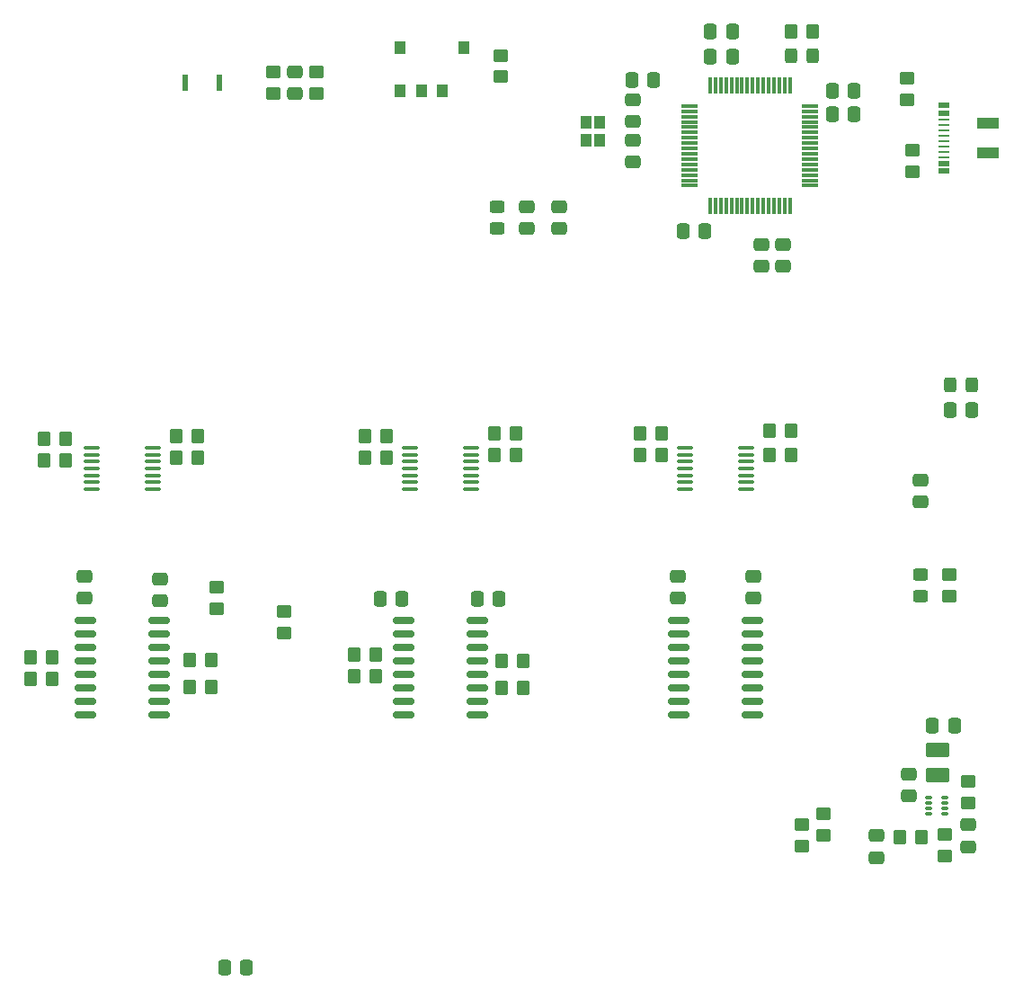
<source format=gbr>
%TF.GenerationSoftware,KiCad,Pcbnew,8.0.2*%
%TF.CreationDate,2024-05-13T15:00:17+02:00*%
%TF.ProjectId,i8008-sbc,69383030-382d-4736-9263-2e6b69636164,rev?*%
%TF.SameCoordinates,Original*%
%TF.FileFunction,Paste,Top*%
%TF.FilePolarity,Positive*%
%FSLAX46Y46*%
G04 Gerber Fmt 4.6, Leading zero omitted, Abs format (unit mm)*
G04 Created by KiCad (PCBNEW 8.0.2) date 2024-05-13 15:00:17*
%MOMM*%
%LPD*%
G01*
G04 APERTURE LIST*
G04 Aperture macros list*
%AMRoundRect*
0 Rectangle with rounded corners*
0 $1 Rounding radius*
0 $2 $3 $4 $5 $6 $7 $8 $9 X,Y pos of 4 corners*
0 Add a 4 corners polygon primitive as box body*
4,1,4,$2,$3,$4,$5,$6,$7,$8,$9,$2,$3,0*
0 Add four circle primitives for the rounded corners*
1,1,$1+$1,$2,$3*
1,1,$1+$1,$4,$5*
1,1,$1+$1,$6,$7*
1,1,$1+$1,$8,$9*
0 Add four rect primitives between the rounded corners*
20,1,$1+$1,$2,$3,$4,$5,0*
20,1,$1+$1,$4,$5,$6,$7,0*
20,1,$1+$1,$6,$7,$8,$9,0*
20,1,$1+$1,$8,$9,$2,$3,0*%
G04 Aperture macros list end*
%ADD10RoundRect,0.250000X0.475000X-0.337500X0.475000X0.337500X-0.475000X0.337500X-0.475000X-0.337500X0*%
%ADD11RoundRect,0.150000X-0.837500X-0.150000X0.837500X-0.150000X0.837500X0.150000X-0.837500X0.150000X0*%
%ADD12RoundRect,0.100000X-0.637500X-0.100000X0.637500X-0.100000X0.637500X0.100000X-0.637500X0.100000X0*%
%ADD13RoundRect,0.250000X0.350000X0.450000X-0.350000X0.450000X-0.350000X-0.450000X0.350000X-0.450000X0*%
%ADD14RoundRect,0.250000X-0.450000X0.350000X-0.450000X-0.350000X0.450000X-0.350000X0.450000X0.350000X0*%
%ADD15RoundRect,0.075000X-0.700000X-0.075000X0.700000X-0.075000X0.700000X0.075000X-0.700000X0.075000X0*%
%ADD16RoundRect,0.075000X-0.075000X-0.700000X0.075000X-0.700000X0.075000X0.700000X-0.075000X0.700000X0*%
%ADD17RoundRect,0.250000X-0.337500X-0.475000X0.337500X-0.475000X0.337500X0.475000X-0.337500X0.475000X0*%
%ADD18RoundRect,0.250000X-0.475000X0.337500X-0.475000X-0.337500X0.475000X-0.337500X0.475000X0.337500X0*%
%ADD19RoundRect,0.250000X-0.350000X-0.450000X0.350000X-0.450000X0.350000X0.450000X-0.350000X0.450000X0*%
%ADD20RoundRect,0.250001X-0.849999X0.462499X-0.849999X-0.462499X0.849999X-0.462499X0.849999X0.462499X0*%
%ADD21RoundRect,0.250000X-0.325000X-0.450000X0.325000X-0.450000X0.325000X0.450000X-0.325000X0.450000X0*%
%ADD22R,1.000000X1.200000*%
%ADD23RoundRect,0.250000X0.450000X-0.350000X0.450000X0.350000X-0.450000X0.350000X-0.450000X-0.350000X0*%
%ADD24RoundRect,0.050000X-0.285000X-0.100000X0.285000X-0.100000X0.285000X0.100000X-0.285000X0.100000X0*%
%ADD25RoundRect,0.250000X0.337500X0.475000X-0.337500X0.475000X-0.337500X-0.475000X0.337500X-0.475000X0*%
%ADD26RoundRect,0.250000X0.450000X-0.325000X0.450000X0.325000X-0.450000X0.325000X-0.450000X-0.325000X0*%
%ADD27R,2.000000X1.000000*%
%ADD28R,1.000000X0.520000*%
%ADD29R,1.000000X0.270000*%
%ADD30RoundRect,0.250000X0.325000X0.450000X-0.325000X0.450000X-0.325000X-0.450000X0.325000X-0.450000X0*%
%ADD31R,0.550000X1.500000*%
G04 APERTURE END LIST*
D10*
%TO.C,C1*%
X176276000Y-74951500D03*
X176276000Y-72876500D03*
%TD*%
D11*
%TO.C,U10*%
X112615500Y-108331000D03*
X112615500Y-109601000D03*
X112615500Y-110871000D03*
X112615500Y-112141000D03*
X112615500Y-113411000D03*
X112615500Y-114681000D03*
X112615500Y-115951000D03*
X112615500Y-117221000D03*
X119540500Y-117221000D03*
X119540500Y-115951000D03*
X119540500Y-114681000D03*
X119540500Y-113411000D03*
X119540500Y-112141000D03*
X119540500Y-110871000D03*
X119540500Y-109601000D03*
X119540500Y-108331000D03*
%TD*%
D12*
%TO.C,U5*%
X169095500Y-92030000D03*
X169095500Y-92680000D03*
X169095500Y-93330000D03*
X169095500Y-93980000D03*
X169095500Y-94630000D03*
X169095500Y-95280000D03*
X169095500Y-95930000D03*
X174820500Y-95930000D03*
X174820500Y-95280000D03*
X174820500Y-94630000D03*
X174820500Y-93980000D03*
X174820500Y-93330000D03*
X174820500Y-92680000D03*
X174820500Y-92030000D03*
%TD*%
D13*
%TO.C,R20*%
X153146000Y-92710000D03*
X151146000Y-92710000D03*
%TD*%
D14*
%TO.C,R11*%
X193532657Y-128484000D03*
X193532657Y-130484000D03*
%TD*%
D15*
%TO.C,U2*%
X169525000Y-59850000D03*
X169525000Y-60350000D03*
X169525000Y-60850000D03*
X169525000Y-61350000D03*
X169525000Y-61850000D03*
X169525000Y-62350000D03*
X169525000Y-62850000D03*
X169525000Y-63350000D03*
X169525000Y-63850000D03*
X169525000Y-64350000D03*
X169525000Y-64850000D03*
X169525000Y-65350000D03*
X169525000Y-65850000D03*
X169525000Y-66350000D03*
X169525000Y-66850000D03*
X169525000Y-67350000D03*
D16*
X171450000Y-69275000D03*
X171950000Y-69275000D03*
X172450000Y-69275000D03*
X172950000Y-69275000D03*
X173450000Y-69275000D03*
X173950000Y-69275000D03*
X174450000Y-69275000D03*
X174950000Y-69275000D03*
X175450000Y-69275000D03*
X175950000Y-69275000D03*
X176450000Y-69275000D03*
X176950000Y-69275000D03*
X177450000Y-69275000D03*
X177950000Y-69275000D03*
X178450000Y-69275000D03*
X178950000Y-69275000D03*
D15*
X180875000Y-67350000D03*
X180875000Y-66850000D03*
X180875000Y-66350000D03*
X180875000Y-65850000D03*
X180875000Y-65350000D03*
X180875000Y-64850000D03*
X180875000Y-64350000D03*
X180875000Y-63850000D03*
X180875000Y-63350000D03*
X180875000Y-62850000D03*
X180875000Y-62350000D03*
X180875000Y-61850000D03*
X180875000Y-61350000D03*
X180875000Y-60850000D03*
X180875000Y-60350000D03*
X180875000Y-59850000D03*
D16*
X178950000Y-57925000D03*
X178450000Y-57925000D03*
X177950000Y-57925000D03*
X177450000Y-57925000D03*
X176950000Y-57925000D03*
X176450000Y-57925000D03*
X175950000Y-57925000D03*
X175450000Y-57925000D03*
X174950000Y-57925000D03*
X174450000Y-57925000D03*
X173950000Y-57925000D03*
X173450000Y-57925000D03*
X172950000Y-57925000D03*
X172450000Y-57925000D03*
X171950000Y-57925000D03*
X171450000Y-57925000D03*
%TD*%
D17*
%TO.C,C21*%
X149491000Y-106299000D03*
X151566000Y-106299000D03*
%TD*%
D18*
%TO.C,C19*%
X154178000Y-69320500D03*
X154178000Y-71395500D03*
%TD*%
%TO.C,C26*%
X112522000Y-104118500D03*
X112522000Y-106193500D03*
%TD*%
D19*
%TO.C,R21*%
X108728000Y-91186000D03*
X110728000Y-91186000D03*
%TD*%
D18*
%TO.C,C11*%
X164200000Y-63062500D03*
X164200000Y-65137500D03*
%TD*%
D10*
%TO.C,C10*%
X164200000Y-61337500D03*
X164200000Y-59262500D03*
%TD*%
D20*
%TO.C,L1*%
X192832657Y-120521500D03*
X192832657Y-122846500D03*
%TD*%
D14*
%TO.C,R2*%
X180086000Y-127524000D03*
X180086000Y-129524000D03*
%TD*%
D11*
%TO.C,U9*%
X168495500Y-108331000D03*
X168495500Y-109601000D03*
X168495500Y-110871000D03*
X168495500Y-112141000D03*
X168495500Y-113411000D03*
X168495500Y-114681000D03*
X168495500Y-115951000D03*
X168495500Y-117221000D03*
X175420500Y-117221000D03*
X175420500Y-115951000D03*
X175420500Y-114681000D03*
X175420500Y-113411000D03*
X175420500Y-112141000D03*
X175420500Y-110871000D03*
X175420500Y-109601000D03*
X175420500Y-108331000D03*
%TD*%
D19*
%TO.C,R16*%
X164862000Y-92710000D03*
X166862000Y-92710000D03*
%TD*%
D17*
%TO.C,C6*%
X125708500Y-140970000D03*
X127783500Y-140970000D03*
%TD*%
D21*
%TO.C,FB1*%
X194047000Y-86106000D03*
X196097000Y-86106000D03*
%TD*%
D18*
%TO.C,C15*%
X132334000Y-56620500D03*
X132334000Y-58695500D03*
%TD*%
D19*
%TO.C,R13*%
X138954000Y-90932000D03*
X140954000Y-90932000D03*
%TD*%
D22*
%TO.C,Y1*%
X159750000Y-61350000D03*
X159750000Y-63050000D03*
X161050000Y-63050000D03*
X161050000Y-61350000D03*
%TD*%
D14*
%TO.C,R7*%
X195732657Y-123484000D03*
X195732657Y-125484000D03*
%TD*%
D11*
%TO.C,U8*%
X142587500Y-108331000D03*
X142587500Y-109601000D03*
X142587500Y-110871000D03*
X142587500Y-112141000D03*
X142587500Y-113411000D03*
X142587500Y-114681000D03*
X142587500Y-115951000D03*
X142587500Y-117221000D03*
X149512500Y-117221000D03*
X149512500Y-115951000D03*
X149512500Y-114681000D03*
X149512500Y-113411000D03*
X149512500Y-112141000D03*
X149512500Y-110871000D03*
X149512500Y-109601000D03*
X149512500Y-108331000D03*
%TD*%
D22*
%TO.C,SW1*%
X144250000Y-58388000D03*
X146250000Y-58388000D03*
X148250000Y-54388000D03*
X142250000Y-54388000D03*
X142250000Y-58388000D03*
%TD*%
D13*
%TO.C,R32*%
X153814500Y-112141000D03*
X151814500Y-112141000D03*
%TD*%
D23*
%TO.C,R1*%
X182118000Y-128524000D03*
X182118000Y-126524000D03*
%TD*%
D10*
%TO.C,C22*%
X175514000Y-106193500D03*
X175514000Y-104118500D03*
%TD*%
D19*
%TO.C,R15*%
X164862000Y-90678000D03*
X166862000Y-90678000D03*
%TD*%
%TO.C,R22*%
X108728000Y-93218000D03*
X110728000Y-93218000D03*
%TD*%
%TO.C,R14*%
X138954000Y-92964000D03*
X140954000Y-92964000D03*
%TD*%
D13*
%TO.C,R31*%
X153814500Y-114681000D03*
X151814500Y-114681000D03*
%TD*%
D24*
%TO.C,U4*%
X192052657Y-124984000D03*
X192052657Y-125484000D03*
X192052657Y-125984000D03*
X192052657Y-126484000D03*
X193532657Y-126484000D03*
X193532657Y-125984000D03*
X193532657Y-125484000D03*
X193532657Y-124984000D03*
%TD*%
D13*
%TO.C,R19*%
X153146000Y-90678000D03*
X151146000Y-90678000D03*
%TD*%
D17*
%TO.C,C9*%
X168888500Y-71628000D03*
X170963500Y-71628000D03*
%TD*%
%TO.C,C24*%
X140347000Y-106299000D03*
X142422000Y-106299000D03*
%TD*%
D13*
%TO.C,R24*%
X123174000Y-92964000D03*
X121174000Y-92964000D03*
%TD*%
D10*
%TO.C,C13*%
X190132657Y-124821500D03*
X190132657Y-122746500D03*
%TD*%
D13*
%TO.C,R9*%
X181086000Y-52832000D03*
X179086000Y-52832000D03*
%TD*%
D18*
%TO.C,C16*%
X195732657Y-127546500D03*
X195732657Y-129621500D03*
%TD*%
D13*
%TO.C,R34*%
X124444000Y-112014000D03*
X122444000Y-112014000D03*
%TD*%
D18*
%TO.C,C25*%
X168402000Y-104118500D03*
X168402000Y-106193500D03*
%TD*%
D10*
%TO.C,C18*%
X187132657Y-130621500D03*
X187132657Y-128546500D03*
%TD*%
D19*
%TO.C,R28*%
X137938000Y-113538000D03*
X139938000Y-113538000D03*
%TD*%
D17*
%TO.C,C4*%
X164062500Y-57400000D03*
X166137500Y-57400000D03*
%TD*%
D25*
%TO.C,C3*%
X173537500Y-52800000D03*
X171462500Y-52800000D03*
%TD*%
D19*
%TO.C,R30*%
X107458000Y-113792000D03*
X109458000Y-113792000D03*
%TD*%
D14*
%TO.C,R6*%
X190000000Y-57250000D03*
X190000000Y-59250000D03*
%TD*%
D23*
%TO.C,R12*%
X194000000Y-106000000D03*
X194000000Y-104000000D03*
%TD*%
D13*
%TO.C,R10*%
X191332657Y-128684000D03*
X189332657Y-128684000D03*
%TD*%
D23*
%TO.C,R3*%
X151750000Y-57088000D03*
X151750000Y-55088000D03*
%TD*%
D25*
%TO.C,C7*%
X185037500Y-58400000D03*
X182962500Y-58400000D03*
%TD*%
D26*
%TO.C,D2*%
X191271250Y-106025000D03*
X191271250Y-103975000D03*
%TD*%
D27*
%TO.C,J2*%
X197650000Y-64300000D03*
X197650000Y-61500000D03*
D28*
X193450000Y-66000000D03*
X193450000Y-65250000D03*
D29*
X193450000Y-64650000D03*
X193450000Y-63150000D03*
X193450000Y-62150000D03*
X193450000Y-61150000D03*
D28*
X193450000Y-60550000D03*
X193450000Y-59800000D03*
X193450000Y-59800000D03*
X193450000Y-60550000D03*
D29*
X193450000Y-61650000D03*
X193450000Y-62650000D03*
X193450000Y-63650000D03*
X193450000Y-64150000D03*
D28*
X193450000Y-65250000D03*
X193450000Y-66000000D03*
%TD*%
D19*
%TO.C,R27*%
X137954000Y-111506000D03*
X139954000Y-111506000D03*
%TD*%
D25*
%TO.C,C2*%
X185037500Y-60600000D03*
X182962500Y-60600000D03*
%TD*%
D23*
%TO.C,R8*%
X130302000Y-58658000D03*
X130302000Y-56658000D03*
%TD*%
D13*
%TO.C,R33*%
X124428000Y-114554000D03*
X122428000Y-114554000D03*
%TD*%
D10*
%TO.C,C23*%
X119634000Y-106447500D03*
X119634000Y-104372500D03*
%TD*%
D25*
%TO.C,C5*%
X173537500Y-55200000D03*
X171462500Y-55200000D03*
%TD*%
D12*
%TO.C,U6*%
X143187500Y-92030000D03*
X143187500Y-92680000D03*
X143187500Y-93330000D03*
X143187500Y-93980000D03*
X143187500Y-94630000D03*
X143187500Y-95280000D03*
X143187500Y-95930000D03*
X148912500Y-95930000D03*
X148912500Y-95280000D03*
X148912500Y-94630000D03*
X148912500Y-93980000D03*
X148912500Y-93330000D03*
X148912500Y-92680000D03*
X148912500Y-92030000D03*
%TD*%
D25*
%TO.C,C12*%
X194470157Y-118184000D03*
X192395157Y-118184000D03*
%TD*%
D13*
%TO.C,R23*%
X123174000Y-90932000D03*
X121174000Y-90932000D03*
%TD*%
D23*
%TO.C,R26*%
X124968000Y-107172000D03*
X124968000Y-105172000D03*
%TD*%
D13*
%TO.C,R18*%
X179054000Y-92710000D03*
X177054000Y-92710000D03*
%TD*%
D18*
%TO.C,C20*%
X157226000Y-69320500D03*
X157226000Y-71395500D03*
%TD*%
D25*
%TO.C,C14*%
X196109500Y-88506000D03*
X194034500Y-88506000D03*
%TD*%
D10*
%TO.C,C8*%
X178308000Y-74951500D03*
X178308000Y-72876500D03*
%TD*%
D19*
%TO.C,R29*%
X107458000Y-111760000D03*
X109458000Y-111760000D03*
%TD*%
D23*
%TO.C,R4*%
X190500000Y-66024000D03*
X190500000Y-64024000D03*
%TD*%
D12*
%TO.C,U7*%
X113215500Y-92030000D03*
X113215500Y-92680000D03*
X113215500Y-93330000D03*
X113215500Y-93980000D03*
X113215500Y-94630000D03*
X113215500Y-95280000D03*
X113215500Y-95930000D03*
X118940500Y-95930000D03*
X118940500Y-95280000D03*
X118940500Y-94630000D03*
X118940500Y-93980000D03*
X118940500Y-93330000D03*
X118940500Y-92680000D03*
X118940500Y-92030000D03*
%TD*%
D14*
%TO.C,R25*%
X131318000Y-107458000D03*
X131318000Y-109458000D03*
%TD*%
%TO.C,R5*%
X134366000Y-56658000D03*
X134366000Y-58658000D03*
%TD*%
D30*
%TO.C,D1*%
X181111000Y-55118000D03*
X179061000Y-55118000D03*
%TD*%
D26*
%TO.C,L2*%
X151384000Y-71383000D03*
X151384000Y-69333000D03*
%TD*%
D31*
%TO.C,SW2*%
X125222000Y-57658000D03*
X121972000Y-57658000D03*
%TD*%
D18*
%TO.C,C17*%
X191271250Y-95057250D03*
X191271250Y-97132250D03*
%TD*%
D13*
%TO.C,R17*%
X179054000Y-90424000D03*
X177054000Y-90424000D03*
%TD*%
M02*

</source>
